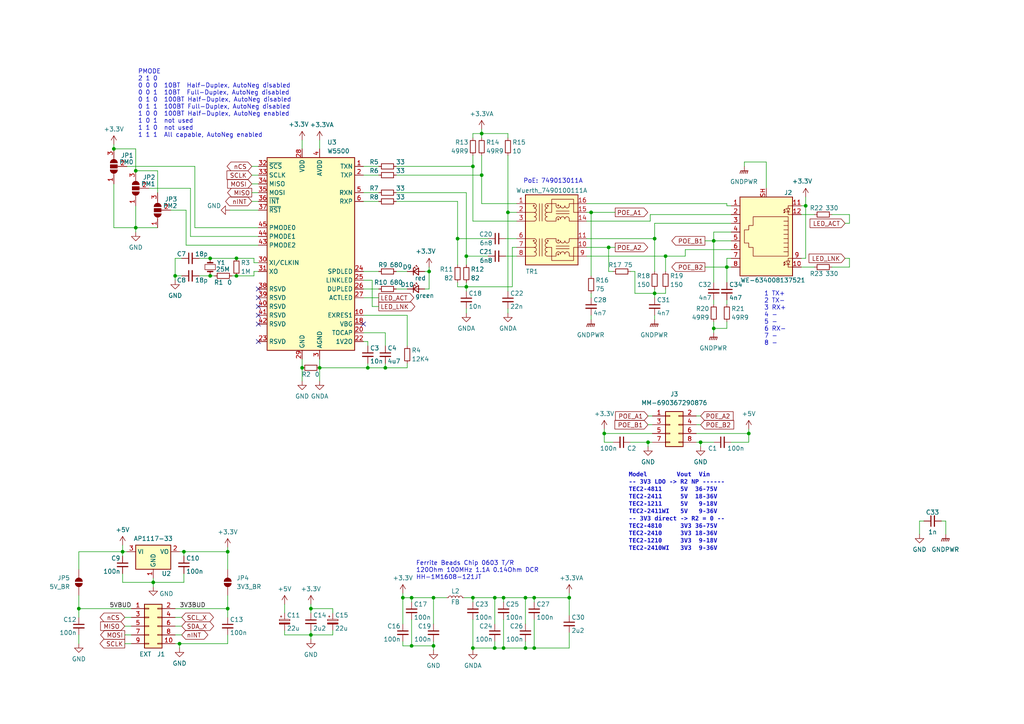
<source format=kicad_sch>
(kicad_sch (version 20231120) (generator "eeschema") (generator_version "8.0")
  (paper "A4")
  (title_block (title "KM271-WiFi-ETHext") (date "2025-01-13") (rev "0.0.1") (company "the78mole") (comment 1 "Author: Daniel Glaser"))
  (lib_symbols
    (symbol "Connector:RJ45_LED_Shielded" (pin_names (offset 1.016))
      (property "Reference" "J2" (at -6.35 -11.43 0))
      (property "Value" "RJ45_LED_Shielded" (at -1.905 13.97 0))
      (symbol "RJ45_LED_Shielded_1_1"
        (pin passive line (at 10.16 -7.62 180) (length 2.54) (name "~") (number "1"))
        (pin passive line (at -10.16 10.16 0) (length 2.54) (name "~") (number "10"))
        (pin passive line (at -10.16 -7.62 0) (length 2.54) (name "~") (number "11"))
        (pin passive line (at -10.16 -5.08 0) (length 2.54) (name "~") (number "12"))
        (pin passive line (at 10.16 -5.08 180) (length 2.54) (name "~") (number "2"))
        (pin passive line (at 10.16 -2.54 180) (length 2.54) (name "~") (number "3"))
        (pin passive line (at 10.16 0 180) (length 2.54) (name "~") (number "4"))
        (pin passive line (at 10.16 2.54 180) (length 2.54) (name "~") (number "5"))
        (pin passive line (at 10.16 5.08 180) (length 2.54) (name "~") (number "6"))
        (pin passive line (at 10.16 7.62 180) (length 2.54) (name "~") (number "7"))
        (pin passive line (at 10.16 10.16 180) (length 2.54) (name "~") (number "8"))
        (pin passive line (at -10.16 7.62 0) (length 2.54) (name "~") (number "9"))
        (pin passive line (at 0 -12.7 90) (length 2.54) (name "~") (number "SH"))
      )
    )
    (symbol "Connector_Generic:Conn_02x04_Odd_Even" (pin_names (offset 1.016) hide)
      (property "Reference" "J" (at 1.27 5.08 0))
      (property "Value" "Conn_02x04_Odd_Even" (at 1.27 -7.62 0))
      (symbol "Conn_02x04_Odd_Even_1_1"
        (pin passive line (at -5.08 2.54 0) (length 3.81) (name "Pin_1") (number "1"))
        (pin passive line (at 7.62 2.54 180) (length 3.81) (name "Pin_2") (number "2"))
        (pin passive line (at -5.08 0 0) (length 3.81) (name "Pin_3") (number "3"))
        (pin passive line (at 7.62 0 180) (length 3.81) (name "Pin_4") (number "4"))
        (pin passive line (at -5.08 -2.54 0) (length 3.81) (name "Pin_5") (number "5"))
        (pin passive line (at 7.62 -2.54 180) (length 3.81) (name "Pin_6") (number "6"))
        (pin passive line (at -5.08 -5.08 0) (length 3.81) (name "Pin_7") (number "7"))
        (pin passive line (at 7.62 -5.08 180) (length 3.81) (name "Pin_8") (number "8"))
      )
    )
    (symbol "Connector_Generic:Conn_02x05_Odd_Even" (pin_names (offset 1.016) hide)
      (property "Reference" "J" (at 1.27 7.62 0))
      (property "Value" "Conn_02x05_Odd_Even" (at 1.27 -7.62 0))
      (symbol "Conn_02x05_Odd_Even_1_1"
        (pin passive line (at -5.08 5.08 0) (length 3.81) (name "Pin_1") (number "1"))
        (pin passive line (at 7.62 -5.08 180) (length 3.81) (name "Pin_10") (number "10"))
        (pin passive line (at 7.62 5.08 180) (length 3.81) (name "Pin_2") (number "2"))
        (pin passive line (at -5.08 2.54 0) (length 3.81) (name "Pin_3") (number "3"))
        (pin passive line (at 7.62 2.54 180) (length 3.81) (name "Pin_4") (number "4"))
        (pin passive line (at -5.08 0 0) (length 3.81) (name "Pin_5") (number "5"))
        (pin passive line (at 7.62 0 180) (length 3.81) (name "Pin_6") (number "6"))
        (pin passive line (at -5.08 -2.54 0) (length 3.81) (name "Pin_7") (number "7"))
        (pin passive line (at 7.62 -2.54 180) (length 3.81) (name "Pin_8") (number "8"))
        (pin passive line (at -5.08 -5.08 0) (length 3.81) (name "Pin_9") (number "9"))
      )
    )
    (symbol "Device:C_Polarized_Small" (pin_numbers hide) (pin_names (offset 0.254) hide)
      (property "Reference" "C" (at 0.254 1.778 0))
      (property "Value" "C_Polarized_Small" (at 0.254 -2.032 0))
      (symbol "C_Polarized_Small_1_1"
        (pin passive line (at 0 2.54 270) (length 1.8542) (name "~") (number "1"))
        (pin passive line (at 0 -2.54 90) (length 1.8542) (name "~") (number "2"))
      )
    )
    (symbol "Device:C_Small" (pin_numbers hide) (pin_names (offset 0.254) hide)
      (property "Reference" "C" (at 0.254 1.778 0))
      (property "Value" "C_Small" (at 0.254 -2.032 0))
      (symbol "C_Small_1_1"
        (pin passive line (at 0 2.54 270) (length 2.032) (name "~") (number "1"))
        (pin passive line (at 0 -2.54 90) (length 2.032) (name "~") (number "2"))
      )
    )
    (symbol "Device:Crystal_Small" (pin_numbers hide) (pin_names (offset 1.016) hide)
      (property "Reference" "Y" (at 0 2.54 0))
      (property "Value" "Crystal_Small" (at 0 -2.54 0))
      (symbol "Crystal_Small_1_1"
        (pin passive line (at -2.54 0 0) (length 1.27) (name "1") (number "1"))
        (pin passive line (at 2.54 0 180) (length 1.27) (name "2") (number "2"))
      )
    )
    (symbol "Device:LED_Small" (pin_numbers hide) (pin_names (offset 0.254) hide)
      (property "Reference" "D" (at -1.27 3.175 0))
      (property "Value" "LED_Small" (at -4.445 -2.54 0))
      (symbol "LED_Small_1_1"
        (pin passive line (at -2.54 0 0) (length 1.778) (name "K") (number "1"))
        (pin passive line (at 2.54 0 180) (length 1.778) (name "A") (number "2"))
      )
    )
    (symbol "Device:L_Small" (pin_numbers hide) (pin_names (offset 0.254) hide)
      (property "Reference" "L" (at 0.762 1.016 0))
      (property "Value" "L_Small" (at 0.762 -1.016 0))
      (symbol "L_Small_1_1"
        (pin passive line (at 0 2.54 270) (length 0.508) (name "~") (number "1"))
        (pin passive line (at 0 -2.54 90) (length 0.508) (name "~") (number "2"))
      )
    )
    (symbol "Device:R_Small" (pin_numbers hide) (pin_names (offset 0.254) hide)
      (property "Reference" "R" (at 0.762 0.508 0))
      (property "Value" "R_Small" (at 0.762 -1.016 0))
      (symbol "R_Small_1_1"
        (pin passive line (at 0 2.54 270) (length 0.762) (name "~") (number "1"))
        (pin passive line (at 0 -2.54 90) (length 0.762) (name "~") (number "2"))
      )
    )
    (symbol "Interface_Ethernet:W5500"
      (property "Reference" "U" (at -11.43 29.21 0))
      (property "Value" "W5500" (at 8.89 29.21 0))
      (symbol "W5500_1_1"
        (pin output line (at 15.24 25.4 180) (length 2.54) (name "TXN") (number "1"))
        (pin passive line (at 15.24 -17.78 180) (length 2.54) (name "EXRES1") (number "10"))
        (pin passive line (at 2.54 30.48 270) (length 2.54) hide (name "AVDD") (number "11"))
        (pin no_connect line (at 12.7 7.62 180) (length 2.54) hide (name "NC") (number "12"))
        (pin no_connect line (at 12.7 5.08 180) (length 2.54) hide (name "NC") (number "13"))
        (pin passive line (at 2.54 -30.48 90) (length 2.54) hide (name "AGND") (number "14"))
        (pin passive line (at 2.54 30.48 270) (length 2.54) hide (name "AVDD") (number "15"))
        (pin passive line (at 2.54 -30.48 90) (length 2.54) hide (name "AGND") (number "16"))
        (pin passive line (at 2.54 30.48 270) (length 2.54) hide (name "AVDD") (number "17"))
        (pin passive line (at 15.24 -20.32 180) (length 2.54) (name "VBG") (number "18"))
        (pin passive line (at 2.54 -30.48 90) (length 2.54) hide (name "AGND") (number "19"))
        (pin output line (at 15.24 22.86 180) (length 2.54) (name "TXP") (number "2"))
        (pin passive line (at 15.24 -22.86 180) (length 2.54) (name "TOCAP") (number "20"))
        (pin passive line (at 2.54 30.48 270) (length 2.54) hide (name "AVDD") (number "21"))
        (pin output line (at 15.24 -25.4 180) (length 2.54) (name "1V2O") (number "22"))
        (pin input line (at -15.24 -25.4 0) (length 2.54) (name "RSVD") (number "23"))
        (pin output line (at 15.24 -5.08 180) (length 2.54) (name "SPDLED") (number "24"))
        (pin output line (at 15.24 -7.62 180) (length 2.54) (name "LINKLED") (number "25"))
        (pin output line (at 15.24 -10.16 180) (length 2.54) (name "DUPLED") (number "26"))
        (pin output line (at 15.24 -12.7 180) (length 2.54) (name "ACTLED") (number "27"))
        (pin power_in line (at -2.54 30.48 270) (length 2.54) (name "VDD") (number "28"))
        (pin power_in line (at -2.54 -30.48 90) (length 2.54) (name "GND") (number "29"))
        (pin power_in line (at 2.54 -30.48 90) (length 2.54) (name "AGND") (number "3"))
        (pin input line (at -15.24 -2.54 0) (length 2.54) (name "XI/CLKIN") (number "30"))
        (pin output line (at -15.24 -5.08 0) (length 2.54) (name "XO") (number "31"))
        (pin input line (at -15.24 25.4 0) (length 2.54) (name "~{SCS}") (number "32"))
        (pin input line (at -15.24 22.86 0) (length 2.54) (name "SCLK") (number "33"))
        (pin output line (at -15.24 20.32 0) (length 2.54) (name "MISO") (number "34"))
        (pin input line (at -15.24 17.78 0) (length 2.54) (name "MOSI") (number "35"))
        (pin input line (at -15.24 15.24 0) (length 2.54) (name "~{INT}") (number "36"))
        (pin input line (at -15.24 12.7 0) (length 2.54) (name "~{RST}") (number "37"))
        (pin input line (at -15.24 -10.16 0) (length 2.54) (name "RSVD") (number "38"))
        (pin input line (at -15.24 -12.7 0) (length 2.54) (name "RSVD") (number "39"))
        (pin power_in line (at 2.54 30.48 270) (length 2.54) (name "AVDD") (number "4"))
        (pin input line (at -15.24 -15.24 0) (length 2.54) (name "RSVD") (number "40"))
        (pin input line (at -15.24 -17.78 0) (length 2.54) (name "RSVD") (number "41"))
        (pin input line (at -15.24 -20.32 0) (length 2.54) (name "RSVD") (number "42"))
        (pin input line (at -15.24 2.54 0) (length 2.54) (name "PMODE2") (number "43"))
        (pin input line (at -15.24 5.08 0) (length 2.54) (name "PMODE1") (number "44"))
        (pin input line (at -15.24 7.62 0) (length 2.54) (name "PMODE0") (number "45"))
        (pin no_connect line (at 12.7 2.54 180) (length 2.54) hide (name "NC") (number "46"))
        (pin no_connect line (at 12.7 0 180) (length 2.54) hide (name "NC") (number "47"))
        (pin passive line (at 2.54 -30.48 90) (length 2.54) hide (name "AGND") (number "48"))
        (pin input line (at 15.24 17.78 180) (length 2.54) (name "RXN") (number "5"))
        (pin input line (at 15.24 15.24 180) (length 2.54) (name "RXP") (number "6"))
        (pin no_connect line (at 12.7 10.16 180) (length 2.54) hide (name "DNC") (number "7"))
        (pin passive line (at 2.54 30.48 270) (length 2.54) hide (name "AVDD") (number "8"))
        (pin passive line (at 2.54 -30.48 90) (length 2.54) hide (name "AGND") (number "9"))
      )
    )
    (symbol "Jumper:SolderJumper_2_Open" (pin_numbers hide) (pin_names (offset 0) hide) (exclude_from_sim yes) (in_bom no)
      (property "Reference" "JP" (at 0 2.032 0))
      (property "Value" "SolderJumper_2_Open" (at 0 -2.54 0))
      (symbol "SolderJumper_2_Open_1_1"
        (pin passive line (at -3.81 0 0) (length 2.54) (name "A") (number "1"))
        (pin passive line (at 3.81 0 180) (length 2.54) (name "B") (number "2"))
      )
    )
    (symbol "Jumper:SolderJumper_3_Open" (pin_names (offset 0) hide)
      (property "Reference" "JP" (at -2.54 -2.54 0))
      (property "Value" "SolderJumper_3_Open" (at 0 2.794 0))
      (symbol "SolderJumper_3_Open_1_1"
        (pin passive line (at -5.08 0 0) (length 2.54) (name "A") (number "1"))
        (pin passive line (at 0 -3.81 90) (length 2.54) (name "C") (number "2"))
        (pin passive line (at 5.08 0 180) (length 2.54) (name "B") (number "3"))
      )
    )
    (symbol "Regulator_Linear:AP1117-33"
      (property "Reference" "U" (at -3.81 3.175 0))
      (property "Value" "AP1117-33" (at 0 3.175 0))
      (symbol "AP1117-33_1_1"
        (pin power_in line (at 0 -7.62 90) (length 2.54) (name "GND") (number "1"))
        (pin power_out line (at 7.62 0 180) (length 2.54) (name "VO") (number "2"))
        (pin power_in line (at -7.62 0 0) (length 2.54) (name "VI") (number "3"))
      )
    )
    (symbol "Transformer:Wuerth_749013011A" (pin_names hide)
      (property "Reference" "TR" (at 0 10.795 0))
      (property "Value" "Wuerth_749013011A" (at 0 -10.795 0))
      (symbol "Wuerth_749013011A_1_1"
        (pin passive line (at -10.16 -7.62 0) (length 2.54) (name "TD+") (number "1"))
        (pin passive line (at 10.16 5.08 180) (length 2.54) (name "C_RX") (number "10"))
        (pin passive line (at 10.16 2.54 180) (length 2.54) (name "RX+") (number "11"))
        (pin passive line (at 10.16 -2.54 180) (length 2.54) (name "TX-") (number "14"))
        (pin passive line (at 10.16 -5.08 180) (length 2.54) (name "C_TX") (number "15"))
        (pin passive line (at 10.16 -7.62 180) (length 2.54) (name "TX+") (number "16"))
        (pin passive line (at -10.16 -5.08 0) (length 2.54) (name "C_TD") (number "2"))
        (pin passive line (at -10.16 -2.54 0) (length 2.54) (name "TD-") (number "3"))
        (pin passive line (at -10.16 2.54 0) (length 2.54) (name "RD+") (number "6"))
        (pin passive line (at -10.16 5.08 0) (length 2.54) (name "C_RD") (number "7"))
        (pin passive line (at -10.16 7.62 0) (length 2.54) (name "RD-") (number "8"))
        (pin passive line (at 10.16 7.62 180) (length 2.54) (name "RX-") (number "9"))
      )
    )
    (symbol "power:+3.3V" (power) (pin_names (offset 0))
      (property "Value" "+3.3V" (at 0 3.556 0))
      (symbol "+3.3V_1_1"
        (pin power_in line (at 0 0 90) (length 0) hide (name "+3.3V") (number "1"))
      )
    )
    (symbol "power:+3.3VA" (power) (pin_names (offset 0))
      (property "Value" "+3.3VA" (at 0 3.556 0))
      (symbol "+3.3VA_1_1"
        (pin power_in line (at 0 0 90) (length 0) hide (name "+3.3VA") (number "1"))
      )
    )
    (symbol "power:+5V" (power) (pin_names (offset 0))
      (property "Value" "+5V" (at 0 3.556 0))
      (symbol "+5V_1_1"
        (pin power_in line (at 0 0 90) (length 0) hide (name "+5V") (number "1"))
      )
    )
    (symbol "power:GND" (power) (pin_names (offset 0))
      (property "Value" "GND" (at 0 -3.81 0))
      (symbol "GND_1_1"
        (pin power_in line (at 0 0 270) (length 0) hide (name "GND") (number "1"))
      )
    )
    (symbol "power:GNDA" (power) (pin_names (offset 0))
      (property "Value" "GNDA" (at 0 -3.81 0))
      (symbol "GNDA_1_1"
        (pin power_in line (at 0 0 270) (length 0) hide (name "GNDA") (number "1"))
      )
    )
    (symbol "power:GNDPWR" (power) (pin_names (offset 0))
      (property "Value" "GNDPWR" (at 0 -3.302 0))
      (symbol "GNDPWR_1_1"
        (pin power_in line (at 0 0 270) (length 0) hide (name "GNDPWR") (number "1"))
      )
    )
  )
  (junction (at 139.7 50.8))
  (junction (at 22.86 176.53))
  (junction (at 135.255 83.185))
  (junction (at 39.37 49.53))
  (junction (at 189.865 69.215))
  (junction (at 210.82 77.47))
  (junction (at 106.68 106.68))
  (junction (at 137.16 187.96))
  (junction (at 139.7 38.735))
  (junction (at 187.96 128.27))
  (junction (at 90.17 184.15))
  (junction (at 146.05 173.355))
  (junction (at 137.16 173.355))
  (junction (at 68.58 74.93))
  (junction (at 154.94 173.355))
  (junction (at 119.38 173.355))
  (junction (at 152.4 173.355))
  (junction (at 154.94 187.96))
  (junction (at 165.1 173.355))
  (junction (at 171.45 61.595))
  (junction (at 124.46 78.74))
  (junction (at 68.58 80.01))
  (junction (at 66.04 160.02))
  (junction (at 87.63 106.68))
  (junction (at 233.68 59.69))
  (junction (at 119.38 187.325))
  (junction (at 176.53 71.755))
  (junction (at 217.17 125.73))
  (junction (at 143.51 187.96))
  (junction (at 143.51 173.355))
  (junction (at 125.73 173.355))
  (junction (at 207.01 69.85))
  (junction (at 92.71 106.68))
  (junction (at 146.05 187.96))
  (junction (at 132.715 69.215))
  (junction (at 193.04 74.295))
  (junction (at 39.37 66.04))
  (junction (at 90.17 176.53))
  (junction (at 53.34 160.02))
  (junction (at 60.96 80.01))
  (junction (at 116.84 173.355))
  (junction (at 135.255 74.295))
  (junction (at 152.4 187.96))
  (junction (at 44.45 168.91))
  (junction (at 175.26 125.73))
  (junction (at 147.32 61.595))
  (junction (at 207.01 95.25))
  (junction (at 111.76 106.68))
  (junction (at 52.07 186.69))
  (junction (at 66.04 176.53))
  (junction (at 125.73 187.325))
  (junction (at 50.8 80.01))
  (junction (at 33.02 43.18))
  (junction (at 203.2 128.27))
  (junction (at 189.865 85.09))
  (junction (at 35.56 160.02))
  (junction (at 60.96 74.93))
  (junction (at 137.16 48.26))
  (no_connect (at 74.93 83.82))
  (no_connect (at 74.93 91.44))
  (no_connect (at 74.93 86.36))
  (no_connect (at 74.93 99.06))
  (no_connect (at 74.93 93.98))
  (no_connect (at 74.93 88.9))
  (no_connect (at 105.41 93.98))
  (wire (pts (xy 147.32 45.085) (xy 147.32 61.595)))
  (wire (pts (xy 60.96 74.93) (xy 68.58 74.93)))
  (wire (pts (xy 217.17 128.27) (xy 217.17 125.73)))
  (wire (pts (xy 171.45 85.09) (xy 171.45 86.36)))
  (wire (pts (xy 45.72 66.04) (xy 39.37 66.04)))
  (wire (pts (xy 111.76 100.33) (xy 111.76 96.52)))
  (wire (pts (xy 245.11 64.77) (xy 246.38 64.77)))
  (wire (pts (xy 90.17 182.88) (xy 90.17 184.15)))
  (wire (pts (xy 116.84 186.055) (xy 116.84 187.325)))
  (wire (pts (xy 189.865 69.215) (xy 189.865 64.77)))
  (wire (pts (xy 118.11 91.44) (xy 118.11 100.33)))
  (wire (pts (xy 177.8 128.27) (xy 175.26 128.27)))
  (wire (pts (xy 106.68 100.33) (xy 106.68 99.06)))
  (wire (pts (xy 189.865 85.09) (xy 189.865 86.36)))
  (wire (pts (xy 35.56 168.91) (xy 44.45 168.91)))
  (wire (pts (xy 152.4 173.355) (xy 152.4 180.975)))
  (wire (pts (xy 123.19 83.82) (xy 124.46 83.82)))
  (wire (pts (xy 82.55 184.15) (xy 90.17 184.15)))
  (wire (pts (xy 171.45 91.44) (xy 171.45 92.71)))
  (wire (pts (xy 132.715 58.42) (xy 132.715 69.215)))
  (wire (pts (xy 232.41 59.69) (xy 233.68 59.69)))
  (wire (pts (xy 135.255 74.295) (xy 135.255 76.835)))
  (wire (pts (xy 152.4 186.055) (xy 152.4 187.96)))
  (wire (pts (xy 274.32 151.13) (xy 274.32 154.94)))
  (wire (pts (xy 116.84 187.325) (xy 119.38 187.325)))
  (wire (pts (xy 177.8 78.74) (xy 176.53 78.74)))
  (wire (pts (xy 96.52 182.88) (xy 96.52 184.15)))
  (wire (pts (xy 132.715 83.185) (xy 135.255 83.185)))
  (wire (pts (xy 36.195 181.61) (xy 38.1 181.61)))
  (wire (pts (xy 73.025 48.26) (xy 74.93 48.26)))
  (wire (pts (xy 114.935 58.42) (xy 132.715 58.42)))
  (wire (pts (xy 189.865 85.09) (xy 193.04 85.09)))
  (wire (pts (xy 137.16 173.355) (xy 137.16 174.625)))
  (wire (pts (xy 73.025 55.88) (xy 74.93 55.88)))
  (wire (pts (xy 33.02 66.04) (xy 39.37 66.04)))
  (wire (pts (xy 66.04 158.75) (xy 66.04 160.02)))
  (wire (pts (xy 201.93 128.27) (xy 203.2 128.27)))
  (wire (pts (xy 67.31 80.01) (xy 68.58 80.01)))
  (wire (pts (xy 137.16 187.96) (xy 137.16 188.595)))
  (wire (pts (xy 137.16 48.26) (xy 137.16 45.085)))
  (wire (pts (xy 165.1 183.515) (xy 165.1 187.96)))
  (wire (pts (xy 143.51 173.355) (xy 137.16 173.355)))
  (wire (pts (xy 38.1 176.53) (xy 22.86 176.53)))
  (wire (pts (xy 114.935 78.74) (xy 118.11 78.74)))
  (wire (pts (xy 50.8 81.28) (xy 50.8 80.01)))
  (wire (pts (xy 273.05 151.13) (xy 274.32 151.13)))
  (wire (pts (xy 73.025 50.8) (xy 74.93 50.8)))
  (wire (pts (xy 52.07 160.02) (xy 53.34 160.02)))
  (wire (pts (xy 176.53 78.74) (xy 176.53 71.755)))
  (wire (pts (xy 137.16 40.005) (xy 137.16 38.735)))
  (wire (pts (xy 22.86 172.72) (xy 22.86 176.53)))
  (wire (pts (xy 55.245 54.61) (xy 55.245 68.58)))
  (wire (pts (xy 92.71 104.14) (xy 92.71 106.68)))
  (wire (pts (xy 134.62 173.355) (xy 137.16 173.355)))
  (wire (pts (xy 201.93 125.73) (xy 217.17 125.73)))
  (wire (pts (xy 170.18 69.215) (xy 189.865 69.215)))
  (wire (pts (xy 39.37 66.04) (xy 39.37 59.69)))
  (wire (pts (xy 119.38 179.705) (xy 119.38 187.325)))
  (wire (pts (xy 105.41 50.8) (xy 109.855 50.8)))
  (wire (pts (xy 60.96 80.01) (xy 62.23 80.01)))
  (wire (pts (xy 152.4 173.355) (xy 146.05 173.355)))
  (wire (pts (xy 105.41 91.44) (xy 118.11 91.44)))
  (wire (pts (xy 204.47 69.85) (xy 207.01 69.85)))
  (wire (pts (xy 87.63 40.64) (xy 87.63 43.18)))
  (wire (pts (xy 193.04 74.295) (xy 193.04 78.74)))
  (wire (pts (xy 50.8 179.07) (xy 52.705 179.07)))
  (wire (pts (xy 124.46 78.74) (xy 124.46 77.47)))
  (wire (pts (xy 90.17 176.53) (xy 90.17 177.8)))
  (wire (pts (xy 143.51 180.975) (xy 143.51 173.355)))
  (wire (pts (xy 74.93 76.2) (xy 73.66 76.2)))
  (wire (pts (xy 114.935 50.8) (xy 139.7 50.8)))
  (wire (pts (xy 39.37 66.04) (xy 39.37 67.31)))
  (wire (pts (xy 44.45 168.91) (xy 44.45 170.18)))
  (wire (pts (xy 73.66 78.74) (xy 74.93 78.74)))
  (wire (pts (xy 52.07 186.69) (xy 52.07 187.96)))
  (wire (pts (xy 22.86 165.1) (xy 22.86 160.02)))
  (wire (pts (xy 90.17 184.15) (xy 96.52 184.15)))
  (wire (pts (xy 92.71 106.68) (xy 106.68 106.68)))
  (wire (pts (xy 189.865 69.215) (xy 189.865 78.74)))
  (wire (pts (xy 125.73 173.355) (xy 125.73 180.975)))
  (wire (pts (xy 33.02 53.34) (xy 33.02 66.04)))
  (wire (pts (xy 39.37 49.53) (xy 39.37 43.18)))
  (wire (pts (xy 137.16 38.735) (xy 139.7 38.735)))
  (wire (pts (xy 210.82 74.93) (xy 210.82 77.47)))
  (wire (pts (xy 44.45 167.64) (xy 44.45 168.91)))
  (wire (pts (xy 114.935 83.82) (xy 118.11 83.82)))
  (wire (pts (xy 22.86 160.02) (xy 35.56 160.02)))
  (wire (pts (xy 137.16 187.96) (xy 143.51 187.96)))
  (wire (pts (xy 107.95 88.9) (xy 109.855 88.9)))
  (wire (pts (xy 193.04 74.295) (xy 198.755 74.295)))
  (wire (pts (xy 96.52 177.8) (xy 96.52 176.53)))
  (wire (pts (xy 222.25 46.99) (xy 222.25 54.61)))
  (wire (pts (xy 187.96 128.27) (xy 187.96 129.54)))
  (wire (pts (xy 176.53 71.755) (xy 178.435 71.755)))
  (wire (pts (xy 189.865 83.82) (xy 189.865 85.09)))
  (wire (pts (xy 171.45 61.595) (xy 178.435 61.595)))
  (wire (pts (xy 207.01 69.85) (xy 212.09 69.85)))
  (wire (pts (xy 154.94 173.355) (xy 154.94 174.625)))
  (wire (pts (xy 147.32 61.595) (xy 147.32 84.455)))
  (wire (pts (xy 53.34 160.02) (xy 53.34 161.29)))
  (wire (pts (xy 139.7 38.735) (xy 139.7 40.005)))
  (wire (pts (xy 90.17 176.53) (xy 96.52 176.53)))
  (wire (pts (xy 189.865 64.77) (xy 212.09 64.77)))
  (wire (pts (xy 116.84 180.975) (xy 116.84 173.355)))
  (wire (pts (xy 143.51 187.96) (xy 146.05 187.96)))
  (wire (pts (xy 201.93 120.65) (xy 203.2 120.65)))
  (wire (pts (xy 203.2 128.27) (xy 203.2 129.54)))
  (wire (pts (xy 116.84 173.355) (xy 119.38 173.355)))
  (wire (pts (xy 125.73 187.325) (xy 125.73 188.595)))
  (wire (pts (xy 55.245 68.58) (xy 74.93 68.58)))
  (wire (pts (xy 175.26 125.73) (xy 175.26 124.46)))
  (wire (pts (xy 139.7 50.8) (xy 139.7 45.085)))
  (wire (pts (xy 184.15 78.74) (xy 184.15 85.09)))
  (wire (pts (xy 135.255 55.88) (xy 135.255 74.295)))
  (wire (pts (xy 105.41 55.88) (xy 109.855 55.88)))
  (wire (pts (xy 149.86 64.135) (xy 137.16 64.135)))
  (wire (pts (xy 87.63 104.14) (xy 87.63 106.68)))
  (wire (pts (xy 125.73 186.055) (xy 125.73 187.325)))
  (wire (pts (xy 139.7 37.465) (xy 139.7 38.735)))
  (wire (pts (xy 154.94 187.96) (xy 165.1 187.96)))
  (wire (pts (xy 232.41 77.47) (xy 236.22 77.47)))
  (wire (pts (xy 111.76 96.52) (xy 105.41 96.52)))
  (wire (pts (xy 92.71 40.64) (xy 92.71 43.18)))
  (wire (pts (xy 182.88 128.27) (xy 187.96 128.27)))
  (wire (pts (xy 57.785 74.93) (xy 60.96 74.93)))
  (wire (pts (xy 119.38 173.355) (xy 119.38 174.625)))
  (wire (pts (xy 187.96 123.19) (xy 189.23 123.19)))
  (wire (pts (xy 154.94 179.705) (xy 154.94 187.96)))
  (wire (pts (xy 189.23 128.27) (xy 187.96 128.27)))
  (wire (pts (xy 114.935 48.26) (xy 137.16 48.26)))
  (wire (pts (xy 246.38 74.93) (xy 246.38 77.47)))
  (wire (pts (xy 66.04 160.02) (xy 66.04 165.1)))
  (wire (pts (xy 165.1 172.085) (xy 165.1 173.355)))
  (wire (pts (xy 36.195 186.69) (xy 38.1 186.69)))
  (wire (pts (xy 137.16 64.135) (xy 137.16 48.26)))
  (wire (pts (xy 165.1 178.435) (xy 165.1 173.355)))
  (wire (pts (xy 73.66 80.01) (xy 73.66 78.74)))
  (wire (pts (xy 170.18 74.295) (xy 193.04 74.295)))
  (wire (pts (xy 106.68 106.68) (xy 111.76 106.68)))
  (wire (pts (xy 207.01 95.25) (xy 210.82 95.25)))
  (wire (pts (xy 210.82 59.055) (xy 170.18 59.055)))
  (wire (pts (xy 170.18 61.595) (xy 171.45 61.595)))
  (wire (pts (xy 87.63 106.68) (xy 87.63 110.49)))
  (wire (pts (xy 105.41 86.36) (xy 109.855 86.36)))
  (wire (pts (xy 233.68 57.15) (xy 233.68 59.69)))
  (wire (pts (xy 135.255 74.295) (xy 141.605 74.295)))
  (wire (pts (xy 152.4 187.96) (xy 154.94 187.96)))
  (wire (pts (xy 90.17 175.26) (xy 90.17 176.53)))
  (wire (pts (xy 188.595 64.135) (xy 188.595 62.23)))
  (wire (pts (xy 154.94 173.355) (xy 152.4 173.355)))
  (wire (pts (xy 50.8 74.93) (xy 50.8 80.01)))
  (wire (pts (xy 210.82 59.69) (xy 210.82 59.055)))
  (wire (pts (xy 73.025 53.34) (xy 74.93 53.34)))
  (wire (pts (xy 35.56 166.37) (xy 35.56 168.91)))
  (wire (pts (xy 36.195 179.07) (xy 38.1 179.07)))
  (wire (pts (xy 233.68 74.93) (xy 233.68 59.69)))
  (wire (pts (xy 111.76 105.41) (xy 111.76 106.68)))
  (wire (pts (xy 105.41 81.28) (xy 107.95 81.28)))
  (wire (pts (xy 132.715 69.215) (xy 141.605 69.215)))
  (wire (pts (xy 215.9 46.99) (xy 222.25 46.99)))
  (wire (pts (xy 43.18 54.61) (xy 55.245 54.61)))
  (wire (pts (xy 210.82 77.47) (xy 212.09 77.47)))
  (wire (pts (xy 246.38 77.47) (xy 241.3 77.47)))
  (wire (pts (xy 53.34 168.91) (xy 44.45 168.91)))
  (wire (pts (xy 53.975 71.12) (xy 53.975 60.96)))
  (wire (pts (xy 50.8 80.01) (xy 52.705 80.01)))
  (wire (pts (xy 73.66 76.2) (xy 73.66 74.93)))
  (wire (pts (xy 109.855 58.42) (xy 105.41 58.42)))
  (wire (pts (xy 266.7 151.13) (xy 266.7 154.94)))
  (wire (pts (xy 74.93 71.12) (xy 53.975 71.12)))
  (wire (pts (xy 232.41 74.93) (xy 233.68 74.93)))
  (wire (pts (xy 207.01 95.25) (xy 207.01 96.52)))
  (wire (pts (xy 50.8 184.15) (xy 52.705 184.15)))
  (wire (pts (xy 147.32 61.595) (xy 149.86 61.595)))
  (wire (pts (xy 245.11 74.93) (xy 246.38 74.93)))
  (wire (pts (xy 203.2 128.27) (xy 207.01 128.27)))
  (wire (pts (xy 204.47 77.47) (xy 210.82 77.47)))
  (wire (pts (xy 35.56 160.02) (xy 35.56 158.115)))
  (wire (pts (xy 207.01 69.85) (xy 207.01 81.915)))
  (wire (pts (xy 124.46 83.82) (xy 124.46 78.74)))
  (wire (pts (xy 171.45 61.595) (xy 171.45 80.01)))
  (wire (pts (xy 175.26 128.27) (xy 175.26 125.73)))
  (wire (pts (xy 207.01 86.995) (xy 207.01 88.265)))
  (wire (pts (xy 22.86 184.15) (xy 22.86 186.69)))
  (wire (pts (xy 35.56 160.02) (xy 36.83 160.02)))
  (wire (pts (xy 22.86 176.53) (xy 22.86 179.07)))
  (wire (pts (xy 193.04 85.09) (xy 193.04 83.82)))
  (wire (pts (xy 184.15 85.09) (xy 189.865 85.09)))
  (wire (pts (xy 147.32 89.535) (xy 147.32 90.805)))
  (wire (pts (xy 187.96 120.65) (xy 189.23 120.65)))
  (wire (pts (xy 232.41 62.23) (xy 236.22 62.23)))
  (wire (pts (xy 182.88 78.74) (xy 184.15 78.74)))
  (wire (pts (xy 57.785 80.01) (xy 60.96 80.01)))
  (wire (pts (xy 148.59 71.755) (xy 148.59 83.185)))
  (wire (pts (xy 146.05 187.96) (xy 152.4 187.96)))
  (wire (pts (xy 212.09 67.31) (xy 207.01 67.31)))
  (wire (pts (xy 119.38 187.325) (xy 125.73 187.325)))
  (wire (pts (xy 82.55 182.88) (xy 82.55 184.15)))
  (wire (pts (xy 33.02 41.91) (xy 33.02 43.18)))
  (wire (pts (xy 45.72 55.88) (xy 45.72 49.53)))
  (wire (pts (xy 35.56 160.02) (xy 35.56 161.29)))
  (wire (pts (xy 123.19 78.74) (xy 124.46 78.74)))
  (wire (pts (xy 212.09 128.27) (xy 217.17 128.27)))
  (wire (pts (xy 207.01 93.345) (xy 207.01 95.25)))
  (wire (pts (xy 74.93 60.96) (xy 66.675 60.96)))
  (wire (pts (xy 189.865 91.44) (xy 189.865 92.71)))
  (wire (pts (xy 53.975 60.96) (xy 49.53 60.96)))
  (wire (pts (xy 53.34 160.02) (xy 66.04 160.02)))
  (wire (pts (xy 137.16 179.705) (xy 137.16 187.96)))
  (wire (pts (xy 146.685 74.295) (xy 149.86 74.295)))
  (wire (pts (xy 154.94 173.355) (xy 165.1 173.355)))
  (wire (pts (xy 92.71 106.68) (xy 92.71 110.49)))
  (wire (pts (xy 149.86 71.755) (xy 148.59 71.755)))
  (wire (pts (xy 66.04 186.69) (xy 52.07 186.69)))
  (wire (pts (xy 210.82 93.345) (xy 210.82 95.25)))
  (wire (pts (xy 148.59 83.185) (xy 135.255 83.185)))
  (wire (pts (xy 210.82 77.47) (xy 210.82 81.915)))
  (wire (pts (xy 111.76 106.68) (xy 118.11 106.68)))
  (wire (pts (xy 50.8 186.69) (xy 52.07 186.69)))
  (wire (pts (xy 201.93 123.19) (xy 203.2 123.19)))
  (wire (pts (xy 116.84 172.085) (xy 116.84 173.355)))
  (wire (pts (xy 66.04 172.72) (xy 66.04 176.53)))
  (wire (pts (xy 50.8 176.53) (xy 66.04 176.53)))
  (wire (pts (xy 198.755 72.39) (xy 212.09 72.39)))
  (wire (pts (xy 68.58 74.93) (xy 73.66 74.93)))
  (wire (pts (xy 90.17 184.15) (xy 90.17 185.42)))
  (wire (pts (xy 189.23 125.73) (xy 175.26 125.73)))
  (wire (pts (xy 170.18 71.755) (xy 176.53 71.755)))
  (wire (pts (xy 267.97 151.13) (xy 266.7 151.13)))
  (wire (pts (xy 56.515 48.26) (xy 36.83 48.26)))
  (wire (pts (xy 198.755 74.295) (xy 198.755 72.39)))
  (wire (pts (xy 105.41 83.82) (xy 109.855 83.82)))
  (wire (pts (xy 170.18 64.135) (xy 188.595 64.135)))
  (wire (pts (xy 215.9 48.26) (xy 215.9 46.99)))
  (wire (pts (xy 217.17 125.73) (xy 217.17 124.46)))
  (wire (pts (xy 107.95 81.28) (xy 107.95 88.9)))
  (wire (pts (xy 146.05 173.355) (xy 143.51 173.355)))
  (wire (pts (xy 125.73 173.355) (xy 129.54 173.355)))
  (wire (pts (xy 132.715 81.915) (xy 132.715 83.185)))
  (wire (pts (xy 135.255 89.535) (xy 135.255 90.805)))
  (wire (pts (xy 105.41 48.26) (xy 109.855 48.26)))
  (wire (pts (xy 210.82 59.69) (xy 212.09 59.69)))
  (wire (pts (xy 210.82 86.995) (xy 210.82 88.265)))
  (wire (pts (xy 106.68 99.06) (xy 105.41 99.06)))
  (wire (pts (xy 82.55 175.26) (xy 82.55 177.8)))
  (wire (pts (xy 139.7 59.055) (xy 139.7 50.8)))
  (wire (pts (xy 135.255 83.185) (xy 135.255 84.455)))
  (wire (pts (xy 132.715 69.215) (xy 132.715 76.835)))
  (wire (pts (xy 188.595 62.23) (xy 212.09 62.23)))
  (wire (pts (xy 50.8 181.61) (xy 52.705 181.61)))
  (wire (pts (xy 106.68 105.41) (xy 106.68 106.68)))
  (wire (pts (xy 66.04 176.53) (xy 66.04 179.07)))
  (wire (pts (xy 114.935 55.88) (xy 135.255 55.88)))
  (wire (pts (xy 246.38 62.23) (xy 241.3 62.23)))
  (wire (pts (xy 56.515 66.04) (xy 56.515 48.26)))
  (wire (pts (xy 147.32 38.735) (xy 139.7 38.735)))
  (wire (pts (xy 36.195 184.15) (xy 38.1 184.15)))
  (wire (pts (xy 146.05 179.705) (xy 146.05 187.96)))
  (wire (pts (xy 68.58 80.01) (xy 73.66 80.01)))
  (wire (pts (xy 39.37 43.18) (xy 33.02 43.18)))
  (wire (pts (xy 74.93 66.04) (xy 56.515 66.04)))
  (wire (pts (xy 118.11 105.41) (xy 118.11 106.68)))
  (wire (pts (xy 149.86 59.055) (xy 139.7 59.055)))
  (wire (pts (xy 45.72 49.53) (xy 39.37 49.53)))
  (wire (pts (xy 105.41 78.74) (xy 109.855 78.74)))
  (wire (pts (xy 146.05 173.355) (xy 146.05 174.625)))
  (wire (pts (xy 119.38 173.355) (xy 125.73 173.355)))
  (wire (pts (xy 146.685 69.215) (xy 149.86 69.215)))
  (wire (pts (xy 52.705 74.93) (xy 50.8 74.93)))
  (wire (pts (xy 147.32 40.005) (xy 147.32 38.735)))
  (wire (pts (xy 135.255 81.915) (xy 135.255 83.185)))
  (wire (pts (xy 212.09 74.93) (xy 210.82 74.93)))
  (wire (pts (xy 207.01 67.31) (xy 207.01 69.85)))
  (wire (pts (xy 66.04 184.15) (xy 66.04 186.69)))
  (wire (pts (xy 53.34 166.37) (xy 53.34 168.91)))
  (wire (pts (xy 143.51 187.96) (xy 143.51 186.055)))
  (wire (pts (xy 246.38 64.77) (xy 246.38 62.23)))
  (wire (pts (xy 73.025 58.42) (xy 74.93 58.42)))
  (text "PMODE\n2 1 0  \n0 0 0  10BT  Half-Duplex, AutoNeg disabled\n0 0 1  10BT  Full-Duplex, AutoNeg disabled\n0 1 0  100BT Half-Duplex, AutoNeg disabled\n0 1 1  100BT Full-Duplex, AutoNeg disabled\n1 0 0  100BT Half-Duplex, AutoNeg enabled\n1 0 1  not used\n1 1 0  not used\n1 1 1  All capable, AutoNeg enabled" (at 40.005 40.005 0) (effects (font (size 1.27 1.27)) (justify left bottom)))
  (text "PoE: 749013011A" (at 151.765 53.34 0) (effects (font (size 1.27 1.27)) (justify left bottom)))
  (text "Ferrite Beads Chip 0603 T/R\n120Ohm 100MHz 1.1A 0.14Ohm DCR\nHH-1M1608-121JT" (at 120.65 168.275 0) (effects (font (size 1.27 1.27)) (justify left bottom)))
  (text "Model        Vout  Vin\n-- 3V3 LDO -> R2 NP ------\nTEC2-4811     5V  36-75V\nTEC2-2411     5V  18-36V\nTEC2-1211     5V   9-18V\nTEC2-2411WI   5V   9-36V\n-- 3V3 direct -> R2 = 0 --\nTEC2-4810     3V3 36-75V\nTEC2-2410     3V3 18-36V\nTEC2-1210     3V3  9-18V\nTEC2-2410WI   3V3  9-36V\n" (at 182.372 160.274 0) (effects (font (size 1.27 1.27) (thickness 0.254) (bold yes)) (justify left bottom)))
  (text "1 TX+\n2 TX-\n3 RX+\n4 -\n5 -\n6 RX-\n7 -\n8 -" (at 221.615 100.33 0) (effects (font (size 1.27 1.27)) (justify left bottom)))
  (label "5VBUD" (at 31.75 176.53 0))
  (label "3V3BUD" (at 52.07 176.53 0))
  (global_label "MISO" (shape input) (at 36.195 181.61 180) (property "Intersheetrefs" "${INTERSHEET_REFS}" (effects (hide yes))))
  (global_label "POE_B2" (shape input) (at 203.2 123.19 0) (property "Intersheetrefs" "${INTERSHEET_REFS}" (effects (hide yes))))
  (global_label "SCL_X" (shape bidirectional) (at 52.705 179.07 0) (property "Intersheetrefs" "${INTERSHEET_REFS}" (effects (hide yes))))
  (global_label "POE_B1" (shape input) (at 187.96 123.19 180) (property "Intersheetrefs" "${INTERSHEET_REFS}" (effects (hide yes))))
  (global_label "MOSI" (shape output) (at 36.195 184.15 180) (property "Intersheetrefs" "${INTERSHEET_REFS}" (effects (hide yes))))
  (global_label "LED_ACT" (shape input) (at 245.11 64.77 180) (property "Intersheetrefs" "${INTERSHEET_REFS}" (effects (hide yes))))
  (global_label "MOSI" (shape input) (at 73.025 53.34 180) (property "Intersheetrefs" "${INTERSHEET_REFS}" (effects (hide yes))))
  (global_label "SDA_X" (shape bidirectional) (at 52.705 181.61 0) (property "Intersheetrefs" "${INTERSHEET_REFS}" (effects (hide yes))))
  (global_label "LED_LNK" (shape output) (at 109.855 88.9 0) (property "Intersheetrefs" "${INTERSHEET_REFS}" (effects (hide yes))))
  (global_label "SCLK" (shape output) (at 36.195 186.69 180) (property "Intersheetrefs" "${INTERSHEET_REFS}" (effects (hide yes))))
  (global_label "LED_ACT" (shape output) (at 109.855 86.36 0) (property "Intersheetrefs" "${INTERSHEET_REFS}" (effects (hide yes))))
  (global_label "POE_A2" (shape output) (at 178.435 71.755 0) (property "Intersheetrefs" "${INTERSHEET_REFS}" (effects (hide yes))))
  (global_label "nCS" (shape bidirectional) (at 36.195 179.07 180) (property "Intersheetrefs" "${INTERSHEET_REFS}" (effects (hide yes))))
  (global_label "POE_A2" (shape input) (at 203.2 120.65 0) (property "Intersheetrefs" "${INTERSHEET_REFS}" (effects (hide yes))))
  (global_label "POE_B2" (shape output) (at 204.47 77.47 180) (property "Intersheetrefs" "${INTERSHEET_REFS}" (effects (hide yes))))
  (global_label "MISO" (shape output) (at 73.025 55.88 180) (property "Intersheetrefs" "${INTERSHEET_REFS}" (effects (hide yes))))
  (global_label "POE_B1" (shape output) (at 204.47 69.85 180) (property "Intersheetrefs" "${INTERSHEET_REFS}" (effects (hide yes))))
  (global_label "POE_A1" (shape input) (at 187.96 120.65 180) (property "Intersheetrefs" "${INTERSHEET_REFS}" (effects (hide yes))))
  (global_label "nINT" (shape bidirectional) (at 73.025 58.42 180) (property "Intersheetrefs" "${INTERSHEET_REFS}" (effects (hide yes))))
  (global_label "nINT" (shape bidirectional) (at 52.705 184.15 0) (property "Intersheetrefs" "${INTERSHEET_REFS}" (effects (hide yes))))
  (global_label "POE_A1" (shape output) (at 178.435 61.595 0) (property "Intersheetrefs" "${INTERSHEET_REFS}" (effects (hide yes))))
  (global_label "LED_LNK" (shape input) (at 245.11 74.93 180) (property "Intersheetrefs" "${INTERSHEET_REFS}" (effects (hide yes))))
  (global_label "nCS" (shape bidirectional) (at 73.025 48.26 180) (property "Intersheetrefs" "${INTERSHEET_REFS}" (effects (hide yes))))
  (global_label "SCLK" (shape input) (at 73.025 50.8 180) (property "Intersheetrefs" "${INTERSHEET_REFS}" (effects (hide yes))))
  (symbol (lib_id "power:+3.3V") (at 233.68 57.15 0) (unit 1)
    (property "Reference" "#PWR019" (effects (hide yes)))
    (property "Value" "+3.3V" (at 232.664 52.578 0))
  )
  (symbol (lib_id "power:GNDPWR") (at 207.01 96.52 0) (unit 1)
    (property "Reference" "#PWR028" (effects (hide yes)))
    (property "Value" "GNDPWR" (at 206.883 100.965 0))
  )
  (symbol (lib_id "power:GND") (at 203.2 129.54 0) (unit 1)
    (property "Reference" "#PWR032" (effects (hide yes)))
    (property "Value" "GND" (at 203.2 133.985 0))
  )
  (symbol (lib_id "power:GND") (at 66.675 60.96 270) (unit 1)
    (property "Reference" "#PWR08" (effects (hide yes)))
    (property "Value" "GND" (at 64.135 59.69 90) (effects (justify right)))
  )
  (symbol (lib_id "Device:R_Small") (at 68.58 77.47 180) (unit 1)
    (property "Reference" "R3" (at 69.85 76.2 0) (effects (justify right)))
    (property "Value" "1M" (at 69.85 78.74 0) (effects (justify right)))
    (property "Footprint" "Inductor_SMD:L_0603_1608Metric_Pad1.05x0.95mm_HandSolder" (effects (hide yes)))
  )
  (symbol (lib_id "Transformer:Wuerth_749013011A") (at 160.02 66.675 0) (mirror x) (unit 1)
    (property "Reference" "TR1" (at 154.305 78.74 0))
    (property "Value" "Wuerth_7490100111A" (at 160.02 55.245 0))
    (property "Footprint" "Transformer_SMD:Transformer_Ethernet_Wuerth_749013011A" (effects (hide yes)))
    (property "Datasheet" "https://www.we-online.com/katalog/datasheet/749013011A.pdf" (effects (hide yes)))
  )
  (symbol (lib_id "power:GNDA") (at 147.32 90.805 0) (unit 1)
    (property "Reference" "#PWR023" (effects (hide yes)))
    (property "Value" "GNDA" (at 147.32 95.25 0))
  )
  (symbol (lib_id "Device:R_Small") (at 112.395 50.8 270) (mirror x) (unit 1)
    (property "Reference" "R6" (at 109.855 49.53 90) (effects (justify right)))
    (property "Value" "33" (at 117.475 49.53 90) (effects (justify right)))
    (property "Footprint" "Inductor_SMD:L_0603_1608Metric_Pad1.05x0.95mm_HandSolder" (effects (hide yes)))
  )
  (symbol (lib_id "Device:C_Small") (at 111.76 102.87 0) (unit 1)
    (property "Reference" "C4" (at 112.395 100.965 0) (effects (justify left)))
    (property "Value" "4u7" (at 112.395 104.775 0) (effects (justify left)))
    (property "Footprint" "Capacitor_SMD:C_0805_2012Metric_Pad1.18x1.45mm_HandSolder" (effects (hide yes)))
  )
  (symbol (lib_id "power:GNDPWR") (at 274.32 154.94 0) (unit 1)
    (property "Reference" "#PWR035" (effects (hide yes)))
    (property "Value" "GNDPWR" (at 274.193 159.385 0))
  )
  (symbol (lib_id "Jumper:SolderJumper_3_Open") (at 45.72 60.96 90) (unit 1)
    (property "Reference" "JP3" (at 51.435 57.785 90) (effects (justify left)))
    (property "Value" "PM2" (at 51.435 59.69 90) (effects (justify left)))
    (property "Footprint" "Jumper:SolderJumper-3_P1.3mm_Open_RoundedPad1.0x1.5mm_NumberLabels" (effects (hide yes)))
  )
  (symbol (lib_id "Device:R_Small") (at 189.865 81.28 0) (mirror x) (unit 1)
    (property "Reference" "R18" (at 188.595 80.01 0) (effects (justify right)))
    (property "Value" "150" (at 188.595 82.55 0) (effects (justify right)))
    (property "Footprint" "Inductor_SMD:L_0603_1608Metric_Pad1.05x0.95mm_HandSolder" (effects (hide yes)))
  )
  (symbol (lib_id "power:+3.3V") (at 33.02 41.91 0) (unit 1)
    (property "Reference" "#PWR036" (effects (hide yes)))
    (property "Value" "+3.3V" (at 33.02 37.465 0))
  )
  (symbol (lib_id "power:+5V") (at 35.56 158.115 0) (unit 1)
    (property "Reference" "#PWR07" (effects (hide yes)))
    (property "Value" "+5V" (at 35.56 153.67 0))
  )
  (symbol (lib_id "Device:C_Small") (at 146.05 177.165 0) (unit 1)
    (property "Reference" "C25" (at 146.685 175.26 0) (effects (justify left)))
    (property "Value" "100n" (at 146.685 179.07 0) (effects (justify left)))
    (property "Footprint" "Capacitor_SMD:C_0603_1608Metric_Pad1.08x0.95mm_HandSolder" (effects (hide yes)))
  )
  (symbol (lib_id "Connector_Generic:Conn_02x04_Odd_Even") (at 194.31 123.19 0) (unit 1)
    (property "Reference" "J3" (at 195.58 114.3 0))
    (property "Value" "MM-690367290876" (at 195.58 116.84 0))
    (property "Footprint" "the78mole:WE-MM-690367290876" (effects (hide yes)))
    (property "Description" "Generic connector, double row, 02x04, odd/even pin numbering scheme (row 1 odd numbers, row 2 even numbers), script generated (kicad-library-utils/schlib/autogen/connector/)" (effects (hide yes)))
  )
  (symbol (lib_id "Device:C_Small") (at 55.245 74.93 90) (unit 1)
    (property "Reference" "C7" (at 53.975 73.66 90) (effects (justify left)))
    (property "Value" "18p" (at 60.325 73.66 90) (effects (justify left)))
    (property "Footprint" "Capacitor_SMD:C_0603_1608Metric_Pad1.08x0.95mm_HandSolder" (effects (hide yes)))
  )
  (symbol (lib_id "Interface_Ethernet:W5500") (at 90.17 73.66 0) (unit 1)
    (property "Reference" "U3" (at 94.9041 41.275 0) (effects (justify left)))
    (property "Value" "W5500" (at 94.9041 43.815 0) (effects (justify left)))
    (property "Footprint" "Package_QFP:LQFP-48_7x7mm_P0.5mm" (effects (hide yes)))
    (property "Datasheet" "https://docs.wiznet.io/img/products/w5500/W5500_ds_v110e.pdf" (effects (hide yes)))
  )
  (symbol (lib_id "power:+3.3VA") (at 92.71 40.64 0) (unit 1)
    (property "Reference" "#PWR014" (effects (hide yes)))
    (property "Value" "+3.3VA" (at 93.345 36.195 0))
  )
  (symbol (lib_id "Device:C_Small") (at 154.94 177.165 0) (unit 1)
    (property "Reference" "C27" (at 155.575 175.26 0) (effects (justify left)))
    (property "Value" "100n" (at 155.575 179.07 0) (effects (justify left)))
    (property "Footprint" "Capacitor_SMD:C_0603_1608Metric_Pad1.08x0.95mm_HandSolder" (effects (hide yes)))
  )
  (symbol (lib_id "power:+3.3V") (at 87.63 40.64 0) (unit 1)
    (property "Reference" "#PWR02" (effects (hide yes)))
    (property "Value" "+3.3V" (at 86.614 36.068 0))
  )
  (symbol (lib_id "power:GND") (at 187.96 129.54 0) (unit 1)
    (property "Reference" "#PWR04" (effects (hide yes)))
    (property "Value" "GND" (at 187.96 133.985 0))
  )
  (symbol (lib_id "power:+3.3V") (at 175.26 124.46 0) (unit 1)
    (property "Reference" "#PWR03" (effects (hide yes)))
    (property "Value" "+3.3V" (at 175.26 120.015 0))
  )
  (symbol (lib_id "Device:C_Small") (at 171.45 88.9 0) (unit 1)
    (property "Reference" "C28" (at 172.085 86.995 0) (effects (justify left)))
    (property "Value" "4n7" (at 172.085 90.805 0) (effects (justify left)))
    (property "Footprint" "Capacitor_SMD:C_0603_1608Metric_Pad1.08x0.95mm_HandSolder" (effects (hide yes)))
  )
  (symbol (lib_id "Device:R_Small") (at 207.01 90.805 0) (mirror x) (unit 1)
    (property "Reference" "R20" (at 205.74 89.535 0) (effects (justify right)))
    (property "Value" "49R9" (at 205.74 92.075 0) (effects (justify right)))
    (property "Footprint" "Inductor_SMD:L_0603_1608Metric_Pad1.05x0.95mm_HandSolder" (effects (hide yes)))
  )
  (symbol (lib_id "Device:C_Small") (at 22.86 181.61 0) (mirror y) (unit 1)
    (property "Reference" "C12" (at 22.225 179.705 0) (effects (justify left)))
    (property "Value" "100n" (at 22.225 183.515 0) (effects (justify left)))
    (property "Footprint" "Capacitor_SMD:C_0603_1608Metric_Pad1.08x0.95mm_HandSolder" (effects (hide yes)))
  )
  (symbol (lib_id "Device:C_Small") (at 147.32 86.995 0) (unit 1)
    (property "Reference" "C22" (at 147.955 85.09 0) (effects (justify left)))
    (property "Value" "22n" (at 147.955 88.9 0) (effects (justify left)))
    (property "Footprint" "Capacitor_SMD:C_0603_1608Metric_Pad1.08x0.95mm_HandSolder" (effects (hide yes)))
  )
  (symbol (lib_id "power:GNDA") (at 92.71 110.49 0) (unit 1)
    (property "Reference" "#PWR015" (effects (hide yes)))
    (property "Value" "GNDA" (at 92.71 114.935 0))
  )
  (symbol (lib_id "power:+5V") (at 82.55 175.26 0) (unit 1)
    (property "Reference" "#PWR016" (effects (hide yes)))
    (property "Value" "+5V" (at 82.55 170.815 0))
  )
  (symbol (lib_id "Device:R_Small") (at 112.395 55.88 270) (unit 1)
    (property "Reference" "R7" (at 109.855 54.61 90) (effects (justify right)))
    (property "Value" "33" (at 117.475 54.61 90) (effects (justify right)))
    (property "Footprint" "Inductor_SMD:L_0603_1608Metric_Pad1.05x0.95mm_HandSolder" (effects (hide yes)))
  )
  (symbol (lib_id "Connector_Generic:Conn_02x05_Odd_Even") (at 43.18 181.61 0) (unit 1)
    (property "Reference" "J1" (at 46.736 189.738 0))
    (property "Value" "EXT" (at 42.164 189.738 0))
    (property "Footprint" "the78mole:WE_PinSocket_TH_2x05_P2.54mm_Vertical_SMD" (effects (hide yes)))
  )
  (symbol (lib_id "Device:C_Small") (at 137.16 177.165 0) (unit 1)
    (property "Reference" "C23" (at 137.795 175.26 0) (effects (justify left)))
    (property "Value" "100n" (at 137.795 179.07 0) (effects (justify left)))
    (property "Footprint" "Capacitor_SMD:C_0603_1608Metric_Pad1.08x0.95mm_HandSolder" (effects (hide yes)))
  )
  (symbol (lib_id "power:GNDPWR") (at 171.45 92.71 0) (unit 1)
    (property "Reference" "#PWR025" (effects (hide yes)))
    (property "Value" "GNDPWR" (at 171.323 97.155 0))
  )
  (symbol (lib_id "power:GND") (at 50.8 81.28 0) (unit 1)
    (property "Reference" "#PWR06" (effects (hide yes)))
    (property "Value" "GND" (at 50.8 85.725 0))
  )
  (symbol (lib_id "Device:R_Small") (at 90.17 106.68 270) (mirror x) (unit 1)
    (property "Reference" "R2" (at 90.17 108.585 90) (effects (justify right)))
    (property "Value" "0" (at 92.71 108.585 90) (effects (justify right)))
    (property "Footprint" "Inductor_SMD:L_0603_1608Metric_Pad1.05x0.95mm_HandSolder" (effects (hide yes)))
  )
  (symbol (lib_id "power:GND") (at 87.63 110.49 0) (unit 1)
    (property "Reference" "#PWR012" (effects (hide yes)))
    (property "Value" "GND" (at 87.63 114.935 0))
  )
  (symbol (lib_id "Device:C_Small") (at 144.145 74.295 90) (unit 1)
    (property "Reference" "C21" (at 142.875 73.025 90) (effects (justify left)))
    (property "Value" "6n8" (at 142.875 75.565 90) (effects (justify left)))
    (property "Footprint" "Capacitor_SMD:C_0603_1608Metric_Pad1.08x0.95mm_HandSolder" (effects (hide yes)))
  )
  (symbol (lib_id "power:GNDPWR") (at 189.865 92.71 0) (unit 1)
    (property "Reference" "#PWR026" (effects (hide yes)))
    (property "Value" "GNDPWR" (at 189.738 97.155 0))
  )
  (symbol (lib_id "Device:C_Small") (at 207.01 84.455 0) (mirror y) (unit 1)
    (property "Reference" "C32" (at 206.375 82.55 0) (effects (justify left)))
    (property "Value" "4n7" (at 206.375 86.36 0) (effects (justify left)))
    (property "Footprint" "Capacitor_SMD:C_0603_1608Metric_Pad1.08x0.95mm_HandSolder" (effects (hide yes)))
  )
  (symbol (lib_id "Device:L_Small") (at 132.08 173.355 90) (unit 1)
    (property "Reference" "L2" (at 132.08 171.45 90))
    (property "Value" "FB" (at 132.08 174.625 90))
    (property "Footprint" "Inductor_SMD:L_0805_2012Metric_Pad1.05x1.20mm_HandSolder" (effects (hide yes)))
  )
  (symbol (lib_id "Device:C_Small") (at 210.82 84.455 0) (unit 1)
    (property "Reference" "C34" (at 211.455 82.55 0) (effects (justify left)))
    (property "Value" "4n7" (at 211.455 86.36 0) (effects (justify left)))
    (property "Footprint" "Capacitor_SMD:C_0603_1608Metric_Pad1.08x0.95mm_HandSolder" (effects (hide yes)))
  )
  (symbol (lib_id "Device:R_Small") (at 64.77 80.01 270) (mirror x) (unit 1)
    (property "Reference" "R1" (at 64.77 81.915 90) (effects (justify right)))
    (property "Value" "0" (at 67.31 81.915 90) (effects (justify right)))
    (property "Footprint" "Inductor_SMD:L_0603_1608Metric_Pad1.05x0.95mm_HandSolder" (effects (hide yes)))
  )
  (symbol (lib_id "Jumper:SolderJumper_3_Open") (at 33.02 48.26 90) (unit 1)
    (property "Reference" "JP1" (at 38.735 45.085 90) (effects (justify left)))
    (property "Value" "PM0" (at 38.735 46.99 90) (effects (justify left)))
    (property "Footprint" "Jumper:SolderJumper-3_P1.3mm_Open_RoundedPad1.0x1.5mm_NumberLabels" (effects (hide yes)))
  )
  (symbol (lib_id "Device:C_Small") (at 165.1 180.975 0) (unit 1)
    (property "Reference" "C30" (at 165.735 179.07 0) (effects (justify left)))
    (property "Value" "2u2" (at 165.735 182.88 0) (effects (justify left)))
    (property "Footprint" "Capacitor_SMD:C_0603_1608Metric_Pad1.08x0.95mm_HandSolder" (effects (hide yes)))
  )
  (symbol (lib_id "power:GND") (at 39.37 67.31 0) (unit 1)
    (property "Reference" "#PWR05" (effects (hide yes)))
    (property "Value" "GND" (at 39.37 71.755 0))
  )
  (symbol (lib_id "Device:C_Small") (at 180.34 128.27 270) (unit 1)
    (property "Reference" "C2" (at 181.864 130.048 90) (effects (justify left)))
    (property "Value" "100n" (at 173.99 130.048 90) (effects (justify left)))
    (property "Footprint" "Capacitor_SMD:C_0603_1608Metric_Pad1.08x0.95mm_HandSolder" (effects (hide yes)))
  )
  (symbol (lib_id "power:+3.3VA") (at 165.1 172.085 0) (unit 1)
    (property "Reference" "#PWR034" (effects (hide yes)))
    (property "Value" "+3.3VA" (at 165.735 167.64 0))
  )
  (symbol (lib_id "power:GND") (at 90.17 185.42 0) (unit 1)
    (property "Reference" "#PWR018" (effects (hide yes)))
    (property "Value" "GND" (at 90.17 189.865 0))
  )
  (symbol (lib_id "Device:C_Small") (at 90.17 180.34 0) (unit 1)
    (property "Reference" "C14" (at 90.805 178.435 0) (effects (justify left)))
    (property "Value" "2u2" (at 90.805 182.245 0) (effects (justify left)))
    (property "Footprint" "Capacitor_SMD:C_0603_1608Metric_Pad1.08x0.95mm_HandSolder" (effects (hide yes)))
  )
  (symbol (lib_id "Device:C_Small") (at 55.245 80.01 90) (unit 1)
    (property "Reference" "C8" (at 53.975 81.28 90) (effects (justify left)))
    (property "Value" "18p" (at 60.325 81.28 90) (effects (justify left)))
    (property "Footprint" "Capacitor_SMD:C_0603_1608Metric_Pad1.08x0.95mm_HandSolder" (effects (hide yes)))
  )
  (symbol (lib_id "Jumper:SolderJumper_3_Open") (at 39.37 54.61 90) (unit 1)
    (property "Reference" "JP2" (at 45.085 51.435 90) (effects (justify left)))
    (property "Value" "PM1" (at 45.085 53.34 90) (effects (justify left)))
    (property "Footprint" "Jumper:SolderJumper-3_P1.3mm_Open_RoundedPad1.0x1.5mm_NumberLabels" (effects (hide yes)))
  )
  (symbol (lib_id "Device:LED_Small") (at 120.65 83.82 0) (unit 1)
    (property "Reference" "D10" (at 118.11 82.55 0))
    (property "Value" "green" (at 123.19 85.725 0))
    (property "Footprint" "LED_SMD:LED_0603_1608Metric_Pad1.05x0.95mm_HandSolder" (effects (hide yes)))
  )
  (symbol (lib_id "power:GND") (at 52.07 187.96 0) (unit 1)
    (property "Reference" "#PWR010" (effects (hide yes)))
    (property "Value" "GND" (at 52.07 192.405 0))
  )
  (symbol (lib_id "Jumper:SolderJumper_2_Open") (at 22.86 168.91 90) (mirror x) (unit 1) (exclude_from_sim yes) (in_bom no)
    (property "Reference" "JP5" (at 20.32 167.6399 90) (effects (justify left)))
    (property "Value" "5V_BR" (at 20.32 170.1799 90) (effects (justify left)))
    (property "Footprint" "Jumper:SolderJumper-2_P1.3mm_Open_RoundedPad1.0x1.5mm" (effects (hide yes)))
    (property "Description" "Solder Jumper, 2-pole, open" (effects (hide yes)))
  )
  (symbol (lib_id "Device:R_Small") (at 112.395 83.82 270) (mirror x) (unit 1)
    (property "Reference" "R10" (at 112.395 81.915 90) (effects (justify right)))
    (property "Value" "680" (at 116.84 81.915 90) (effects (justify right)))
    (property "Footprint" "Inductor_SMD:L_0603_1608Metric_Pad1.05x0.95mm_HandSolder" (effects (hide yes)))
  )
  (symbol (lib_id "Device:C_Small") (at 116.84 183.515 0) (mirror y) (unit 1)
    (property "Reference" "C16" (at 116.205 181.61 0) (effects (justify left)))
    (property "Value" "100n" (at 116.205 185.42 0) (effects (justify left)))
    (property "Footprint" "Capacitor_SMD:C_0603_1608Metric_Pad1.08x0.95mm_HandSolder" (effects (hide yes)))
  )
  (symbol (lib_id "Device:R_Small") (at 112.395 58.42 270) (unit 1)
    (property "Reference" "R8" (at 109.855 57.15 90) (effects (justify right)))
    (property "Value" "33" (at 117.475 57.15 90) (effects (justify right)))
    (property "Footprint" "Inductor_SMD:L_0603_1608Metric_Pad1.05x0.95mm_HandSolder" (effects (hide yes)))
  )
  (symbol (lib_id "Device:C_Small") (at 53.34 163.83 0) (unit 1)
    (property "Reference" "C10" (at 53.975 161.925 0) (effects (justify left)))
    (property "Value" "100n" (at 53.975 165.735 0) (effects (justify left)))
    (property "Footprint" "Capacitor_SMD:C_0603_1608Metric_Pad1.08x0.95mm_HandSolder" (effects (hide yes)))
  )
  (symbol (lib_id "power:+3.3V") (at 90.17 175.26 0) (unit 1)
    (property "Reference" "#PWR017" (effects (hide yes)))
    (property "Value" "+3.3V" (at 90.17 170.815 0))
  )
  (symbol (lib_id "Device:C_Small") (at 270.51 151.13 90) (unit 1)
    (property "Reference" "C33" (at 272.415 148.59 90) (effects (justify left)))
    (property "Value" "1n" (at 271.78 154.305 90) (effects (justify left)))
    (property "Footprint" "Capacitor_SMD:C_1206_3216Metric_Pad1.33x1.80mm_HandSolder" (effects (hide yes)))
  )
  (symbol (lib_id "Device:R_Small") (at 132.715 79.375 0) (mirror x) (unit 1)
    (property "Reference" "R11" (at 131.445 78.105 0) (effects (justify right)))
    (property "Value" "82" (at 131.445 80.645 0) (effects (justify right)))
    (property "Footprint" "Inductor_SMD:L_0603_1608Metric_Pad1.05x0.95mm_HandSolder" (effects (hide yes)))
  )
  (symbol (lib_id "power:GNDPWR") (at 215.9 48.26 0) (unit 1)
    (property "Reference" "#PWR030" (effects (hide yes)))
    (property "Value" "GNDPWR" (at 215.773 52.705 0))
  )
  (symbol (lib_id "Device:C_Polarized_Small") (at 96.52 180.34 0) (unit 1)
    (property "Reference" "C15" (at 97.155 178.435 0) (effects (justify left)))
    (property "Value" "22u" (at 97.155 182.245 0) (effects (justify left)))
    (property "Footprint" "Capacitor_SMD:C_0805_2012Metric_Pad1.18x1.45mm_HandSolder" (effects (hide yes)))
  )
  (symbol (lib_id "Device:R_Small") (at 137.16 42.545 0) (mirror x) (unit 1)
    (property "Reference" "R13" (at 135.89 41.275 0) (effects (justify right)))
    (property "Value" "49R9" (at 135.89 43.815 0) (effects (justify right)))
    (property "Footprint" "Inductor_SMD:L_0603_1608Metric_Pad1.05x0.95mm_HandSolder" (effects (hide yes)))
  )
  (symbol (lib_id "Device:R_Small") (at 139.7 42.545 180) (unit 1)
    (property "Reference" "R14" (at 140.97 41.275 0) (effects (justify right)))
    (property "Value" "49R9" (at 140.97 43.815 0) (effects (justify right)))
    (property "Footprint" "Inductor_SMD:L_0603_1608Metric_Pad1.05x0.95mm_HandSolder" (effects (hide yes)))
  )
  (symbol (lib_id "Device:C_Small") (at 143.51 183.515 0) (mirror y) (unit 1)
    (property "Reference" "C24" (at 142.875 181.61 0) (effects (justify left)))
    (property "Value" "100n" (at 142.875 185.42 0) (effects (justify left)))
    (property "Footprint" "Capacitor_SMD:C_0603_1608Metric_Pad1.08x0.95mm_HandSolder" (effects (hide yes)))
  )
  (symbol (lib_id "Device:R_Small") (at 118.11 102.87 180) (unit 1)
    (property "Reference" "R4" (at 119.38 101.6 0) (effects (justify right)))
    (property "Value" "12K4" (at 119.38 104.14 0) (effects (justify right)))
    (property "Footprint" "Inductor_SMD:L_0603_1608Metric_Pad1.05x0.95mm_HandSolder" (effects (hide yes)))
  )
  (symbol (lib_id "Connector:RJ45_LED_Shielded") (at 222.25 67.31 180) (unit 1)
    (property "Reference" "J2" (at 228.6 55.88 0))
    (property "Value" "WE-634008137521" (at 224.155 81.28 0))
    (property "Footprint" "the78mole:WE-MJ-634008137521" (effects (hide yes)))
    (property "Datasheet" "https://www.we-online.com/components/products/datasheet/634008137521.pdf" (effects (hide yes)))
  )
  (symbol (lib_id "power:GND") (at 125.73 188.595 0) (unit 1)
    (property "Reference" "#PWR022" (effects (hide yes)))
    (property "Value" "GND" (at 125.73 193.04 0))
  )
  (symbol (lib_id "Device:R_Small") (at 112.395 78.74 270) (mirror x) (unit 1)
    (property "Reference" "R9" (at 112.395 76.835 90) (effects (justify right)))
    (property "Value" "680" (at 116.84 76.835 90) (effects (justify right)))
    (property "Footprint" "Inductor_SMD:L_0603_1608Metric_Pad1.05x0.95mm_HandSolder" (effects (hide yes)))
  )
  (symbol (lib_id "power:GND") (at 22.86 186.69 0) (unit 1)
    (property "Reference" "#PWR029" (effects (hide yes)))
    (property "Value" "GND" (at 22.86 191.135 0))
  )
  (symbol (lib_id "Jumper:SolderJumper_2_Open") (at 66.04 168.91 270) (unit 1) (exclude_from_sim yes) (in_bom no)
    (property "Reference" "JP4" (at 68.58 167.6399 90) (effects (justify left)))
    (property "Value" "3V3_BR" (at 68.58 170.1799 90) (effects (justify left)))
    (property "Footprint" "Jumper:SolderJumper-2_P1.3mm_Open_RoundedPad1.0x1.5mm" (effects (hide yes)))
    (property "Description" "Solder Jumper, 2-pole, open" (effects (hide yes)))
  )
  (symbol (lib_id "power:GNDA") (at 135.255 90.805 0) (unit 1)
    (property "Reference" "#PWR020" (effects (hide yes)))
    (property "Value" "GNDA" (at 135.255 95.25 0))
  )
  (symbol (lib_id "power:+3.3V") (at 66.04 158.75 0) (unit 1)
    (property "Reference" "#PWR013" (effects (hide yes)))
    (property "Value" "+3.3V" (at 66.04 154.305 0))
  )
  (symbol (lib_id "Device:R_Small") (at 180.34 78.74 270) (unit 1)
    (property "Reference" "R17" (at 180.34 76.835 90) (effects (justify right)))
    (property "Value" "75" (at 183.515 76.835 90) (effects (justify right)))
    (property "Footprint" "Inductor_SMD:L_0603_1608Metric_Pad1.05x0.95mm_HandSolder" (effects (hide yes)))
  )
  (symbol (lib_id "Device:Crystal_Small") (at 60.96 77.47 270) (mirror x) (unit 1)
    (property "Reference" "Y1" (at 65.405 76.2 90) (effects (justify right)))
    (property "Value" "25M" (at 66.675 78.105 90) (effects (justify right)))
    (property "Footprint" "Crystal:Crystal_SMD_HC49-SD" (effects (hide yes)))
    (property "Datasheet" "https://cdn-reichelt.de/documents/datenblatt/B400/HC_49_US-SMD.pdf" (effects (hide yes)))
  )
  (symbol (lib_id "Device:C_Polarized_Small") (at 82.55 180.34 0) (unit 1)
    (property "Reference" "C11" (at 83.185 178.435 0) (effects (justify left)))
    (property "Value" "22u" (at 83.185 182.245 0) (effects (justify left)))
    (property "Footprint" "Capacitor_SMD:C_0805_2012Metric_Pad1.18x1.45mm_HandSolder" (effects (hide yes)))
  )
  (symbol (lib_id "power:+5V") (at 217.17 124.46 0) (unit 1)
    (property "Reference" "#PWR01" (effects (hide yes)))
    (property "Value" "+5V" (at 217.17 120.015 0))
  )
  (symbol (lib_id "power:GND") (at 266.7 154.94 0) (unit 1)
    (property "Reference" "#PWR027" (effects (hide yes)))
    (property "Value" "GND" (at 266.7 159.385 0))
  )
  (symbol (lib_id "Device:C_Small") (at 106.68 102.87 0) (unit 1)
    (property "Reference" "C3" (at 107.315 100.965 0) (effects (justify left)))
    (property "Value" "10n" (at 107.315 104.775 0) (effects (justify left)))
    (property "Footprint" "Capacitor_SMD:C_0603_1608Metric_Pad1.08x0.95mm_HandSolder" (effects (hide yes)))
  )
  (symbol (lib_id "Device:R_Small") (at 210.82 90.805 180) (unit 1)
    (property "Reference" "R21" (at 212.09 89.535 0) (effects (justify right)))
    (property "Value" "49R9" (at 212.09 92.075 0) (effects (justify right)))
    (property "Footprint" "Inductor_SMD:L_0603_1608Metric_Pad1.05x0.95mm_HandSolder" (effects (hide yes)))
  )
  (symbol (lib_id "Device:C_Small") (at 119.38 177.165 0) (unit 1)
    (property "Reference" "C17" (at 120.015 175.26 0) (effects (justify left)))
    (property "Value" "100n" (at 120.015 179.07 0) (effects (justify left)))
    (property "Footprint" "Capacitor_SMD:C_0603_1608Metric_Pad1.08x0.95mm_HandSolder" (effects (hide yes)))
  )
  (symbol (lib_id "power:+3.3V") (at 116.84 172.085 0) (unit 1)
    (property "Reference" "#PWR033" (effects (hide yes)))
    (property "Value" "+3.3V" (at 116.84 167.64 0))
  )
  (symbol (lib_id "Device:C_Small") (at 209.55 128.27 90) (mirror x) (unit 1)
    (property "Reference" "C1" (at 208.026 130.048 90) (effects (justify left)))
    (property "Value" "100n" (at 215.9 130.048 90) (effects (justify left)))
    (property "Footprint" "Capacitor_SMD:C_0603_1608Metric_Pad1.08x0.95mm_HandSolder" (effects (hide yes)))
  )
  (symbol (lib_id "Device:LED_Small") (at 120.65 78.74 0) (unit 1)
    (property "Reference" "D9" (at 118.11 77.47 0))
    (property "Value" "red" (at 121.92 80.645 0))
    (property "Footprint" "LED_SMD:LED_0603_1608Metric_Pad1.05x0.95mm_HandSolder" (effects (hide yes)))
  )
  (symbol (lib_id "power:GNDA") (at 137.16 188.595 0) (unit 1)
    (property "Reference" "#PWR024" (effects (hide yes)))
    (property "Value" "GNDA" (at 137.16 193.04 0))
  )
  (symbol (lib_id "Device:R_Small") (at 238.76 62.23 270) (unit 1)
    (property "Reference" "R22" (at 238.76 60.325 90) (effects (justify right)))
    (property "Value" "330" (at 243.205 60.325 90) (effects (justify right)))
    (property "Footprint" "Inductor_SMD:L_0603_1608Metric_Pad1.05x0.95mm_HandSolder" (effects (hide yes)))
  )
  (symbol (lib_id "power:+3.3VA") (at 139.7 37.465 0) (unit 1)
    (property "Reference" "#PWR021" (effects (hide yes)))
    (property "Value" "+3.3VA" (at 139.7 33.02 0))
  )
  (symbol (lib_id "Device:R_Small") (at 112.395 48.26 270) (unit 1)
    (property "Reference" "R5" (at 109.855 46.99 90) (effects (justify right)))
    (property "Value" "33" (at 117.475 46.99 90) (effects (justify right)))
    (property "Footprint" "Inductor_SMD:L_0603_1608Metric_Pad1.05x0.95mm_HandSolder" (effects (hide yes)))
  )
  (symbol (lib_id "Device:R_Small") (at 171.45 82.55 180) (unit 1)
    (property "Reference" "R16" (at 172.72 81.28 0) (effects (justify right)))
    (property "Value" "75" (at 172.72 83.82 0) (effects (justify right)))
    (property "Footprint" "Inductor_SMD:L_0603_1608Metric_Pad1.05x0.95mm_HandSolder" (effects (hide yes)))
  )
  (symbol (lib_id "Device:C_Small") (at 152.4 183.515 0) (mirror y) (unit 1)
    (property "Reference" "C26" (at 151.765 181.61 0) (effects (justify left)))
    (property "Value" "100n" (at 151.765 185.42 0) (effects (justify left)))
    (property "Footprint" "Capacitor_SMD:C_0603_1608Metric_Pad1.08x0.95mm_HandSolder" (effects (hide yes)))
  )
  (symbol (lib_id "Device:R_Small") (at 238.76 77.47 270) (unit 1)
    (property "Reference" "R23" (at 238.76 79.375 90) (effects (justify right)))
    (property "Value" "330" (at 243.205 79.375 90) (effects (justify right)))
    (property "Footprint" "Inductor_SMD:L_0603_1608Metric_Pad1.05x0.95mm_HandSolder" (effects (hide yes)))
  )
  (symbol (lib_id "Device:C_Small") (at 125.73 183.515 0) (mirror y) (unit 1)
    (property "Reference" "C19" (at 125.095 181.61 0) (effects (justify left)))
    (property "Value" "100n" (at 125.095 185.42 0) (effects (justify left)))
    (property "Footprint" "Capacitor_SMD:C_0603_1608Metric_Pad1.08x0.95mm_HandSolder" (effects (hide yes)))
  )
  (symbol (lib_id "power:+3.3V") (at 124.46 77.47 0) (unit 1)
    (property "Reference" "#PWR011" (effects (hide yes)))
    (property "Value" "+3.3V" (at 123.444 72.898 0))
  )
  (symbol (lib_id "Device:R_Small") (at 147.32 42.545 180) (unit 1)
    (property "Reference" "R15" (at 148.59 41.275 0) (effects (justify right)))
    (property "Value" "10" (at 148.59 43.815 0) (effects (justify right)))
    (property "Footprint" "Inductor_SMD:L_0603_1608Metric_Pad1.05x0.95mm_HandSolder" (effects (hide yes)))
  )
  (symbol (lib_id "Regulator_Linear:AP1117-33") (at 44.45 160.02 0) (unit 1)
    (property "Reference" "U2" (at 48.26 166.37 0))
    (property "Value" "AP1117-33" (at 44.45 156.21 0))
    (property "Footprint" "Package_TO_SOT_SMD:SOT-223-3_TabPin2" (effects (hide yes)))
    (property "Datasheet" "http://www.diodes.com/datasheets/AP1117.pdf" (effects (hide yes)))
  )
  (symbol (lib_id "Device:C_Small") (at 189.865 88.9 0) (unit 1)
    (property "Reference" "C31" (at 190.5 86.995 0) (effects (justify left)))
    (property "Value" "4n7" (at 190.5 90.805 0) (effects (justify left)))
    (property "Footprint" "Capacitor_SMD:C_0603_1608Metric_Pad1.08x0.95mm_HandSolder" (effects (hide yes)))
  )
  (symbol (lib_id "power:GND") (at 44.45 170.18 0) (unit 1)
    (property "Reference" "#PWR09" (effects (hide yes)))
    (property "Value" "GND" (at 48.26 172.212 0))
  )
  (symbol (lib_id "Device:C_Small") (at 35.56 163.83 0) (mirror y) (unit 1)
    (property "Reference" "C9" (at 34.925 161.925 0) (effects (justify left)))
    (property "Value" "100n" (at 34.925 165.735 0) (effects (justify left)))
    (property "Footprint" "Capacitor_SMD:C_0603_1608Metric_Pad1.08x0.95mm_HandSolder" (effects (hide yes)))
  )
  (symbol (lib_id "Device:R_Small") (at 135.255 79.375 180) (unit 1)
    (property "Reference" "R12" (at 136.525 78.105 0) (effects (justify right)))
    (property "Value" "82" (at 136.525 80.645 0) (effects (justify right)))
    (property "Footprint" "Inductor_SMD:L_0603_1608Metric_Pad1.05x0.95mm_HandSolder" (effects (hide yes)))
  )
  (symbol (lib_id "Device:C_Small") (at 66.04 181.61 0) (unit 1)
    (property "Reference" "C13" (at 66.675 179.705 0) (effects (justify left)))
    (property "Value" "100n" (at 66.675 183.515 0) (effects (justify left)))
    (property "Footprint" "Capacitor_SMD:C_0603_1608Metric_Pad1.08x0.95mm_HandSolder" (effects (hide yes)))
  )
  (symbol (lib_id "Device:C_Small") (at 135.255 86.995 0) (unit 1)
    (property "Reference" "C18" (at 135.89 85.09 0) (effects (justify left)))
    (property "Value" "10n" (at 135.89 88.9 0) (effects (justify left)))
    (property "Footprint" "Capacitor_SMD:C_0603_1608Metric_Pad1.08x0.95mm_HandSolder" (effects (hide yes)))
  )
  (symbol (lib_id "Device:C_Small") (at 144.145 69.215 90) (unit 1)
    (property "Reference" "C20" (at 142.875 67.945 90) (effects (justify left)))
    (property "Value" "6n8" (at 142.875 70.485 90) (effects (justify left)))
    (property "Footprint" "Capacitor_SMD:C_0603_1608Metric_Pad1.08x0.95mm_HandSolder" (effects (hide yes)))
  )
  (symbol (lib_id "Device:R_Small") (at 193.04 81.28 180) (unit 1)
    (property "Reference" "R19" (at 194.31 80.01 0) (effects (justify right)))
    (property "Value" "150" (at 194.31 82.55 0) (effects (justify right)))
    (property "Footprint" "Inductor_SMD:L_0603_1608Metric_Pad1.05x0.95mm_HandSolder" (effects (hide yes)))
  )
)
</source>
